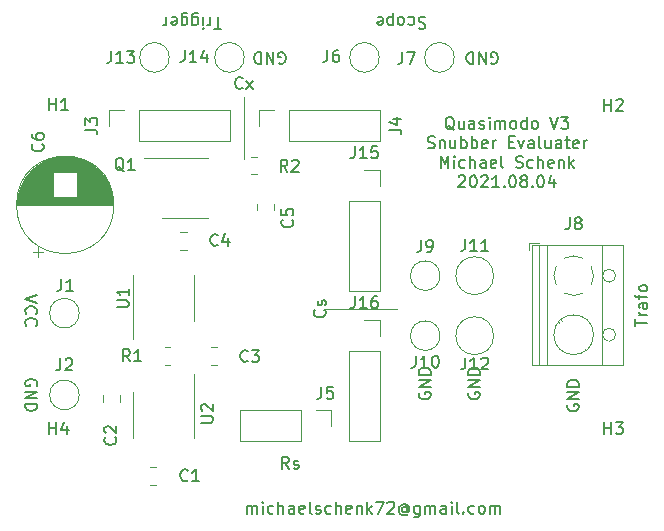
<source format=gbr>
G04 #@! TF.GenerationSoftware,KiCad,Pcbnew,(5.1.10-0-10_14)*
G04 #@! TF.CreationDate,2021-08-04T19:55:55+02:00*
G04 #@! TF.ProjectId,quasimodo,71756173-696d-46f6-946f-2e6b69636164,rev?*
G04 #@! TF.SameCoordinates,Original*
G04 #@! TF.FileFunction,Legend,Top*
G04 #@! TF.FilePolarity,Positive*
%FSLAX46Y46*%
G04 Gerber Fmt 4.6, Leading zero omitted, Abs format (unit mm)*
G04 Created by KiCad (PCBNEW (5.1.10-0-10_14)) date 2021-08-04 19:55:55*
%MOMM*%
%LPD*%
G01*
G04 APERTURE LIST*
%ADD10C,0.150000*%
%ADD11C,0.120000*%
G04 APERTURE END LIST*
D10*
X137413904Y-83621500D02*
X137509142Y-83669119D01*
X137652000Y-83669119D01*
X137794857Y-83621500D01*
X137890095Y-83526261D01*
X137937714Y-83431023D01*
X137985333Y-83240547D01*
X137985333Y-83097690D01*
X137937714Y-82907214D01*
X137890095Y-82811976D01*
X137794857Y-82716738D01*
X137652000Y-82669119D01*
X137556761Y-82669119D01*
X137413904Y-82716738D01*
X137366285Y-82764357D01*
X137366285Y-83097690D01*
X137556761Y-83097690D01*
X136937714Y-82669119D02*
X136937714Y-83669119D01*
X136366285Y-82669119D01*
X136366285Y-83669119D01*
X135890095Y-82669119D02*
X135890095Y-83669119D01*
X135652000Y-83669119D01*
X135509142Y-83621500D01*
X135413904Y-83526261D01*
X135366285Y-83431023D01*
X135318666Y-83240547D01*
X135318666Y-83097690D01*
X135366285Y-82907214D01*
X135413904Y-82811976D01*
X135509142Y-82716738D01*
X135652000Y-82669119D01*
X135890095Y-82669119D01*
X132524190Y-80684619D02*
X131952761Y-80684619D01*
X132238476Y-79684619D02*
X132238476Y-80684619D01*
X131619428Y-79684619D02*
X131619428Y-80351285D01*
X131619428Y-80160809D02*
X131571809Y-80256047D01*
X131524190Y-80303666D01*
X131428952Y-80351285D01*
X131333714Y-80351285D01*
X131000380Y-79684619D02*
X131000380Y-80351285D01*
X131000380Y-80684619D02*
X131048000Y-80637000D01*
X131000380Y-80589380D01*
X130952761Y-80637000D01*
X131000380Y-80684619D01*
X131000380Y-80589380D01*
X130095619Y-80351285D02*
X130095619Y-79541761D01*
X130143238Y-79446523D01*
X130190857Y-79398904D01*
X130286095Y-79351285D01*
X130428952Y-79351285D01*
X130524190Y-79398904D01*
X130095619Y-79732238D02*
X130190857Y-79684619D01*
X130381333Y-79684619D01*
X130476571Y-79732238D01*
X130524190Y-79779857D01*
X130571809Y-79875095D01*
X130571809Y-80160809D01*
X130524190Y-80256047D01*
X130476571Y-80303666D01*
X130381333Y-80351285D01*
X130190857Y-80351285D01*
X130095619Y-80303666D01*
X129190857Y-80351285D02*
X129190857Y-79541761D01*
X129238476Y-79446523D01*
X129286095Y-79398904D01*
X129381333Y-79351285D01*
X129524190Y-79351285D01*
X129619428Y-79398904D01*
X129190857Y-79732238D02*
X129286095Y-79684619D01*
X129476571Y-79684619D01*
X129571809Y-79732238D01*
X129619428Y-79779857D01*
X129667047Y-79875095D01*
X129667047Y-80160809D01*
X129619428Y-80256047D01*
X129571809Y-80303666D01*
X129476571Y-80351285D01*
X129286095Y-80351285D01*
X129190857Y-80303666D01*
X128333714Y-79732238D02*
X128428952Y-79684619D01*
X128619428Y-79684619D01*
X128714666Y-79732238D01*
X128762285Y-79827476D01*
X128762285Y-80208428D01*
X128714666Y-80303666D01*
X128619428Y-80351285D01*
X128428952Y-80351285D01*
X128333714Y-80303666D01*
X128286095Y-80208428D01*
X128286095Y-80113190D01*
X128762285Y-80017952D01*
X127857523Y-79684619D02*
X127857523Y-80351285D01*
X127857523Y-80160809D02*
X127809904Y-80256047D01*
X127762285Y-80303666D01*
X127667047Y-80351285D01*
X127571809Y-80351285D01*
X149296500Y-111505904D02*
X149248880Y-111601142D01*
X149248880Y-111744000D01*
X149296500Y-111886857D01*
X149391738Y-111982095D01*
X149486976Y-112029714D01*
X149677452Y-112077333D01*
X149820309Y-112077333D01*
X150010785Y-112029714D01*
X150106023Y-111982095D01*
X150201261Y-111886857D01*
X150248880Y-111744000D01*
X150248880Y-111648761D01*
X150201261Y-111505904D01*
X150153642Y-111458285D01*
X149820309Y-111458285D01*
X149820309Y-111648761D01*
X150248880Y-111029714D02*
X149248880Y-111029714D01*
X150248880Y-110458285D01*
X149248880Y-110458285D01*
X150248880Y-109982095D02*
X149248880Y-109982095D01*
X149248880Y-109744000D01*
X149296500Y-109601142D01*
X149391738Y-109505904D01*
X149486976Y-109458285D01*
X149677452Y-109410666D01*
X149820309Y-109410666D01*
X150010785Y-109458285D01*
X150106023Y-109505904D01*
X150201261Y-109601142D01*
X150248880Y-109744000D01*
X150248880Y-109982095D01*
X153487500Y-111505904D02*
X153439880Y-111601142D01*
X153439880Y-111744000D01*
X153487500Y-111886857D01*
X153582738Y-111982095D01*
X153677976Y-112029714D01*
X153868452Y-112077333D01*
X154011309Y-112077333D01*
X154201785Y-112029714D01*
X154297023Y-111982095D01*
X154392261Y-111886857D01*
X154439880Y-111744000D01*
X154439880Y-111648761D01*
X154392261Y-111505904D01*
X154344642Y-111458285D01*
X154011309Y-111458285D01*
X154011309Y-111648761D01*
X154439880Y-111029714D02*
X153439880Y-111029714D01*
X154439880Y-110458285D01*
X153439880Y-110458285D01*
X154439880Y-109982095D02*
X153439880Y-109982095D01*
X153439880Y-109744000D01*
X153487500Y-109601142D01*
X153582738Y-109505904D01*
X153677976Y-109458285D01*
X153868452Y-109410666D01*
X154011309Y-109410666D01*
X154201785Y-109458285D01*
X154297023Y-109505904D01*
X154392261Y-109601142D01*
X154439880Y-109744000D01*
X154439880Y-109982095D01*
X161869500Y-112521904D02*
X161821880Y-112617142D01*
X161821880Y-112760000D01*
X161869500Y-112902857D01*
X161964738Y-112998095D01*
X162059976Y-113045714D01*
X162250452Y-113093333D01*
X162393309Y-113093333D01*
X162583785Y-113045714D01*
X162679023Y-112998095D01*
X162774261Y-112902857D01*
X162821880Y-112760000D01*
X162821880Y-112664761D01*
X162774261Y-112521904D01*
X162726642Y-112474285D01*
X162393309Y-112474285D01*
X162393309Y-112664761D01*
X162821880Y-112045714D02*
X161821880Y-112045714D01*
X162821880Y-111474285D01*
X161821880Y-111474285D01*
X162821880Y-110998095D02*
X161821880Y-110998095D01*
X161821880Y-110760000D01*
X161869500Y-110617142D01*
X161964738Y-110521904D01*
X162059976Y-110474285D01*
X162250452Y-110426666D01*
X162393309Y-110426666D01*
X162583785Y-110474285D01*
X162679023Y-110521904D01*
X162774261Y-110617142D01*
X162821880Y-110760000D01*
X162821880Y-110998095D01*
X155384404Y-83621500D02*
X155479642Y-83669119D01*
X155622500Y-83669119D01*
X155765357Y-83621500D01*
X155860595Y-83526261D01*
X155908214Y-83431023D01*
X155955833Y-83240547D01*
X155955833Y-83097690D01*
X155908214Y-82907214D01*
X155860595Y-82811976D01*
X155765357Y-82716738D01*
X155622500Y-82669119D01*
X155527261Y-82669119D01*
X155384404Y-82716738D01*
X155336785Y-82764357D01*
X155336785Y-83097690D01*
X155527261Y-83097690D01*
X154908214Y-82669119D02*
X154908214Y-83669119D01*
X154336785Y-82669119D01*
X154336785Y-83669119D01*
X153860595Y-82669119D02*
X153860595Y-83669119D01*
X153622500Y-83669119D01*
X153479642Y-83621500D01*
X153384404Y-83526261D01*
X153336785Y-83431023D01*
X153289166Y-83240547D01*
X153289166Y-83097690D01*
X153336785Y-82907214D01*
X153384404Y-82811976D01*
X153479642Y-82716738D01*
X153622500Y-82669119D01*
X153860595Y-82669119D01*
X149812119Y-79732238D02*
X149669261Y-79684619D01*
X149431166Y-79684619D01*
X149335928Y-79732238D01*
X149288309Y-79779857D01*
X149240690Y-79875095D01*
X149240690Y-79970333D01*
X149288309Y-80065571D01*
X149335928Y-80113190D01*
X149431166Y-80160809D01*
X149621642Y-80208428D01*
X149716880Y-80256047D01*
X149764500Y-80303666D01*
X149812119Y-80398904D01*
X149812119Y-80494142D01*
X149764500Y-80589380D01*
X149716880Y-80637000D01*
X149621642Y-80684619D01*
X149383547Y-80684619D01*
X149240690Y-80637000D01*
X148383547Y-79732238D02*
X148478785Y-79684619D01*
X148669261Y-79684619D01*
X148764500Y-79732238D01*
X148812119Y-79779857D01*
X148859738Y-79875095D01*
X148859738Y-80160809D01*
X148812119Y-80256047D01*
X148764500Y-80303666D01*
X148669261Y-80351285D01*
X148478785Y-80351285D01*
X148383547Y-80303666D01*
X147812119Y-79684619D02*
X147907357Y-79732238D01*
X147954976Y-79779857D01*
X148002595Y-79875095D01*
X148002595Y-80160809D01*
X147954976Y-80256047D01*
X147907357Y-80303666D01*
X147812119Y-80351285D01*
X147669261Y-80351285D01*
X147574023Y-80303666D01*
X147526404Y-80256047D01*
X147478785Y-80160809D01*
X147478785Y-79875095D01*
X147526404Y-79779857D01*
X147574023Y-79732238D01*
X147669261Y-79684619D01*
X147812119Y-79684619D01*
X147050214Y-80351285D02*
X147050214Y-79351285D01*
X147050214Y-80303666D02*
X146954976Y-80351285D01*
X146764500Y-80351285D01*
X146669261Y-80303666D01*
X146621642Y-80256047D01*
X146574023Y-80160809D01*
X146574023Y-79875095D01*
X146621642Y-79779857D01*
X146669261Y-79732238D01*
X146764500Y-79684619D01*
X146954976Y-79684619D01*
X147050214Y-79732238D01*
X145764500Y-79732238D02*
X145859738Y-79684619D01*
X146050214Y-79684619D01*
X146145452Y-79732238D01*
X146193071Y-79827476D01*
X146193071Y-80208428D01*
X146145452Y-80303666D01*
X146050214Y-80351285D01*
X145859738Y-80351285D01*
X145764500Y-80303666D01*
X145716880Y-80208428D01*
X145716880Y-80113190D01*
X146193071Y-80017952D01*
X167600380Y-105862214D02*
X167600380Y-105290785D01*
X168600380Y-105576500D02*
X167600380Y-105576500D01*
X168600380Y-104957452D02*
X167933714Y-104957452D01*
X168124190Y-104957452D02*
X168028952Y-104909833D01*
X167981333Y-104862214D01*
X167933714Y-104766976D01*
X167933714Y-104671738D01*
X168600380Y-103909833D02*
X168076571Y-103909833D01*
X167981333Y-103957452D01*
X167933714Y-104052690D01*
X167933714Y-104243166D01*
X167981333Y-104338404D01*
X168552761Y-103909833D02*
X168600380Y-104005071D01*
X168600380Y-104243166D01*
X168552761Y-104338404D01*
X168457523Y-104386023D01*
X168362285Y-104386023D01*
X168267047Y-104338404D01*
X168219428Y-104243166D01*
X168219428Y-104005071D01*
X168171809Y-103909833D01*
X167933714Y-103576500D02*
X167933714Y-103195547D01*
X168600380Y-103433642D02*
X167743238Y-103433642D01*
X167648000Y-103386023D01*
X167600380Y-103290785D01*
X167600380Y-103195547D01*
X168600380Y-102719357D02*
X168552761Y-102814595D01*
X168505142Y-102862214D01*
X168409904Y-102909833D01*
X168124190Y-102909833D01*
X168028952Y-102862214D01*
X167981333Y-102814595D01*
X167933714Y-102719357D01*
X167933714Y-102576500D01*
X167981333Y-102481261D01*
X168028952Y-102433642D01*
X168124190Y-102386023D01*
X168409904Y-102386023D01*
X168505142Y-102433642D01*
X168552761Y-102481261D01*
X168600380Y-102576500D01*
X168600380Y-102719357D01*
X138271261Y-117927380D02*
X137937928Y-117451190D01*
X137699833Y-117927380D02*
X137699833Y-116927380D01*
X138080785Y-116927380D01*
X138176023Y-116975000D01*
X138223642Y-117022619D01*
X138271261Y-117117857D01*
X138271261Y-117260714D01*
X138223642Y-117355952D01*
X138176023Y-117403571D01*
X138080785Y-117451190D01*
X137699833Y-117451190D01*
X138652214Y-117879761D02*
X138747452Y-117927380D01*
X138937928Y-117927380D01*
X139033166Y-117879761D01*
X139080785Y-117784523D01*
X139080785Y-117736904D01*
X139033166Y-117641666D01*
X138937928Y-117594047D01*
X138795071Y-117594047D01*
X138699833Y-117546428D01*
X138652214Y-117451190D01*
X138652214Y-117403571D01*
X138699833Y-117308333D01*
X138795071Y-117260714D01*
X138937928Y-117260714D01*
X139033166Y-117308333D01*
X141263642Y-104489238D02*
X141311261Y-104536857D01*
X141358880Y-104679714D01*
X141358880Y-104774952D01*
X141311261Y-104917809D01*
X141216023Y-105013047D01*
X141120785Y-105060666D01*
X140930309Y-105108285D01*
X140787452Y-105108285D01*
X140596976Y-105060666D01*
X140501738Y-105013047D01*
X140406500Y-104917809D01*
X140358880Y-104774952D01*
X140358880Y-104679714D01*
X140406500Y-104536857D01*
X140454119Y-104489238D01*
X141311261Y-104108285D02*
X141358880Y-104013047D01*
X141358880Y-103822571D01*
X141311261Y-103727333D01*
X141216023Y-103679714D01*
X141168404Y-103679714D01*
X141073166Y-103727333D01*
X141025547Y-103822571D01*
X141025547Y-103965428D01*
X140977928Y-104060666D01*
X140882690Y-104108285D01*
X140835071Y-104108285D01*
X140739833Y-104060666D01*
X140692214Y-103965428D01*
X140692214Y-103822571D01*
X140739833Y-103727333D01*
X134334261Y-85701142D02*
X134286642Y-85748761D01*
X134143785Y-85796380D01*
X134048547Y-85796380D01*
X133905690Y-85748761D01*
X133810452Y-85653523D01*
X133762833Y-85558285D01*
X133715214Y-85367809D01*
X133715214Y-85224952D01*
X133762833Y-85034476D01*
X133810452Y-84939238D01*
X133905690Y-84844000D01*
X134048547Y-84796380D01*
X134143785Y-84796380D01*
X134286642Y-84844000D01*
X134334261Y-84891619D01*
X134667595Y-85796380D02*
X135191404Y-85129714D01*
X134667595Y-85129714D02*
X135191404Y-85796380D01*
X116895500Y-110934595D02*
X116943119Y-110839357D01*
X116943119Y-110696500D01*
X116895500Y-110553642D01*
X116800261Y-110458404D01*
X116705023Y-110410785D01*
X116514547Y-110363166D01*
X116371690Y-110363166D01*
X116181214Y-110410785D01*
X116085976Y-110458404D01*
X115990738Y-110553642D01*
X115943119Y-110696500D01*
X115943119Y-110791738D01*
X115990738Y-110934595D01*
X116038357Y-110982214D01*
X116371690Y-110982214D01*
X116371690Y-110791738D01*
X115943119Y-111410785D02*
X116943119Y-111410785D01*
X115943119Y-111982214D01*
X116943119Y-111982214D01*
X115943119Y-112458404D02*
X116943119Y-112458404D01*
X116943119Y-112696500D01*
X116895500Y-112839357D01*
X116800261Y-112934595D01*
X116705023Y-112982214D01*
X116514547Y-113029833D01*
X116371690Y-113029833D01*
X116181214Y-112982214D01*
X116085976Y-112934595D01*
X115990738Y-112839357D01*
X115943119Y-112696500D01*
X115943119Y-112458404D01*
X116943119Y-103251166D02*
X115943119Y-103584500D01*
X116943119Y-103917833D01*
X116038357Y-104822595D02*
X115990738Y-104774976D01*
X115943119Y-104632119D01*
X115943119Y-104536880D01*
X115990738Y-104394023D01*
X116085976Y-104298785D01*
X116181214Y-104251166D01*
X116371690Y-104203547D01*
X116514547Y-104203547D01*
X116705023Y-104251166D01*
X116800261Y-104298785D01*
X116895500Y-104394023D01*
X116943119Y-104536880D01*
X116943119Y-104632119D01*
X116895500Y-104774976D01*
X116847880Y-104822595D01*
X116038357Y-105822595D02*
X115990738Y-105774976D01*
X115943119Y-105632119D01*
X115943119Y-105536880D01*
X115990738Y-105394023D01*
X116085976Y-105298785D01*
X116181214Y-105251166D01*
X116371690Y-105203547D01*
X116514547Y-105203547D01*
X116705023Y-105251166D01*
X116800261Y-105298785D01*
X116895500Y-105394023D01*
X116943119Y-105536880D01*
X116943119Y-105632119D01*
X116895500Y-105774976D01*
X116847880Y-105822595D01*
X134700714Y-121737380D02*
X134700714Y-121070714D01*
X134700714Y-121165952D02*
X134748333Y-121118333D01*
X134843571Y-121070714D01*
X134986428Y-121070714D01*
X135081666Y-121118333D01*
X135129285Y-121213571D01*
X135129285Y-121737380D01*
X135129285Y-121213571D02*
X135176904Y-121118333D01*
X135272142Y-121070714D01*
X135415000Y-121070714D01*
X135510238Y-121118333D01*
X135557857Y-121213571D01*
X135557857Y-121737380D01*
X136034047Y-121737380D02*
X136034047Y-121070714D01*
X136034047Y-120737380D02*
X135986428Y-120785000D01*
X136034047Y-120832619D01*
X136081666Y-120785000D01*
X136034047Y-120737380D01*
X136034047Y-120832619D01*
X136938809Y-121689761D02*
X136843571Y-121737380D01*
X136653095Y-121737380D01*
X136557857Y-121689761D01*
X136510238Y-121642142D01*
X136462619Y-121546904D01*
X136462619Y-121261190D01*
X136510238Y-121165952D01*
X136557857Y-121118333D01*
X136653095Y-121070714D01*
X136843571Y-121070714D01*
X136938809Y-121118333D01*
X137367380Y-121737380D02*
X137367380Y-120737380D01*
X137795952Y-121737380D02*
X137795952Y-121213571D01*
X137748333Y-121118333D01*
X137653095Y-121070714D01*
X137510238Y-121070714D01*
X137415000Y-121118333D01*
X137367380Y-121165952D01*
X138700714Y-121737380D02*
X138700714Y-121213571D01*
X138653095Y-121118333D01*
X138557857Y-121070714D01*
X138367380Y-121070714D01*
X138272142Y-121118333D01*
X138700714Y-121689761D02*
X138605476Y-121737380D01*
X138367380Y-121737380D01*
X138272142Y-121689761D01*
X138224523Y-121594523D01*
X138224523Y-121499285D01*
X138272142Y-121404047D01*
X138367380Y-121356428D01*
X138605476Y-121356428D01*
X138700714Y-121308809D01*
X139557857Y-121689761D02*
X139462619Y-121737380D01*
X139272142Y-121737380D01*
X139176904Y-121689761D01*
X139129285Y-121594523D01*
X139129285Y-121213571D01*
X139176904Y-121118333D01*
X139272142Y-121070714D01*
X139462619Y-121070714D01*
X139557857Y-121118333D01*
X139605476Y-121213571D01*
X139605476Y-121308809D01*
X139129285Y-121404047D01*
X140176904Y-121737380D02*
X140081666Y-121689761D01*
X140034047Y-121594523D01*
X140034047Y-120737380D01*
X140510238Y-121689761D02*
X140605476Y-121737380D01*
X140795952Y-121737380D01*
X140891190Y-121689761D01*
X140938809Y-121594523D01*
X140938809Y-121546904D01*
X140891190Y-121451666D01*
X140795952Y-121404047D01*
X140653095Y-121404047D01*
X140557857Y-121356428D01*
X140510238Y-121261190D01*
X140510238Y-121213571D01*
X140557857Y-121118333D01*
X140653095Y-121070714D01*
X140795952Y-121070714D01*
X140891190Y-121118333D01*
X141795952Y-121689761D02*
X141700714Y-121737380D01*
X141510238Y-121737380D01*
X141415000Y-121689761D01*
X141367380Y-121642142D01*
X141319761Y-121546904D01*
X141319761Y-121261190D01*
X141367380Y-121165952D01*
X141415000Y-121118333D01*
X141510238Y-121070714D01*
X141700714Y-121070714D01*
X141795952Y-121118333D01*
X142224523Y-121737380D02*
X142224523Y-120737380D01*
X142653095Y-121737380D02*
X142653095Y-121213571D01*
X142605476Y-121118333D01*
X142510238Y-121070714D01*
X142367380Y-121070714D01*
X142272142Y-121118333D01*
X142224523Y-121165952D01*
X143510238Y-121689761D02*
X143415000Y-121737380D01*
X143224523Y-121737380D01*
X143129285Y-121689761D01*
X143081666Y-121594523D01*
X143081666Y-121213571D01*
X143129285Y-121118333D01*
X143224523Y-121070714D01*
X143415000Y-121070714D01*
X143510238Y-121118333D01*
X143557857Y-121213571D01*
X143557857Y-121308809D01*
X143081666Y-121404047D01*
X143986428Y-121070714D02*
X143986428Y-121737380D01*
X143986428Y-121165952D02*
X144034047Y-121118333D01*
X144129285Y-121070714D01*
X144272142Y-121070714D01*
X144367380Y-121118333D01*
X144415000Y-121213571D01*
X144415000Y-121737380D01*
X144891190Y-121737380D02*
X144891190Y-120737380D01*
X144986428Y-121356428D02*
X145272142Y-121737380D01*
X145272142Y-121070714D02*
X144891190Y-121451666D01*
X145605476Y-120737380D02*
X146272142Y-120737380D01*
X145843571Y-121737380D01*
X146605476Y-120832619D02*
X146653095Y-120785000D01*
X146748333Y-120737380D01*
X146986428Y-120737380D01*
X147081666Y-120785000D01*
X147129285Y-120832619D01*
X147176904Y-120927857D01*
X147176904Y-121023095D01*
X147129285Y-121165952D01*
X146557857Y-121737380D01*
X147176904Y-121737380D01*
X148224523Y-121261190D02*
X148176904Y-121213571D01*
X148081666Y-121165952D01*
X147986428Y-121165952D01*
X147891190Y-121213571D01*
X147843571Y-121261190D01*
X147795952Y-121356428D01*
X147795952Y-121451666D01*
X147843571Y-121546904D01*
X147891190Y-121594523D01*
X147986428Y-121642142D01*
X148081666Y-121642142D01*
X148176904Y-121594523D01*
X148224523Y-121546904D01*
X148224523Y-121165952D02*
X148224523Y-121546904D01*
X148272142Y-121594523D01*
X148319761Y-121594523D01*
X148415000Y-121546904D01*
X148462619Y-121451666D01*
X148462619Y-121213571D01*
X148367380Y-121070714D01*
X148224523Y-120975476D01*
X148034047Y-120927857D01*
X147843571Y-120975476D01*
X147700714Y-121070714D01*
X147605476Y-121213571D01*
X147557857Y-121404047D01*
X147605476Y-121594523D01*
X147700714Y-121737380D01*
X147843571Y-121832619D01*
X148034047Y-121880238D01*
X148224523Y-121832619D01*
X148367380Y-121737380D01*
X149319761Y-121070714D02*
X149319761Y-121880238D01*
X149272142Y-121975476D01*
X149224523Y-122023095D01*
X149129285Y-122070714D01*
X148986428Y-122070714D01*
X148891190Y-122023095D01*
X149319761Y-121689761D02*
X149224523Y-121737380D01*
X149034047Y-121737380D01*
X148938809Y-121689761D01*
X148891190Y-121642142D01*
X148843571Y-121546904D01*
X148843571Y-121261190D01*
X148891190Y-121165952D01*
X148938809Y-121118333D01*
X149034047Y-121070714D01*
X149224523Y-121070714D01*
X149319761Y-121118333D01*
X149795952Y-121737380D02*
X149795952Y-121070714D01*
X149795952Y-121165952D02*
X149843571Y-121118333D01*
X149938809Y-121070714D01*
X150081666Y-121070714D01*
X150176904Y-121118333D01*
X150224523Y-121213571D01*
X150224523Y-121737380D01*
X150224523Y-121213571D02*
X150272142Y-121118333D01*
X150367380Y-121070714D01*
X150510238Y-121070714D01*
X150605476Y-121118333D01*
X150653095Y-121213571D01*
X150653095Y-121737380D01*
X151557857Y-121737380D02*
X151557857Y-121213571D01*
X151510238Y-121118333D01*
X151415000Y-121070714D01*
X151224523Y-121070714D01*
X151129285Y-121118333D01*
X151557857Y-121689761D02*
X151462619Y-121737380D01*
X151224523Y-121737380D01*
X151129285Y-121689761D01*
X151081666Y-121594523D01*
X151081666Y-121499285D01*
X151129285Y-121404047D01*
X151224523Y-121356428D01*
X151462619Y-121356428D01*
X151557857Y-121308809D01*
X152034047Y-121737380D02*
X152034047Y-121070714D01*
X152034047Y-120737380D02*
X151986428Y-120785000D01*
X152034047Y-120832619D01*
X152081666Y-120785000D01*
X152034047Y-120737380D01*
X152034047Y-120832619D01*
X152653095Y-121737380D02*
X152557857Y-121689761D01*
X152510238Y-121594523D01*
X152510238Y-120737380D01*
X153034047Y-121642142D02*
X153081666Y-121689761D01*
X153034047Y-121737380D01*
X152986428Y-121689761D01*
X153034047Y-121642142D01*
X153034047Y-121737380D01*
X153938809Y-121689761D02*
X153843571Y-121737380D01*
X153653095Y-121737380D01*
X153557857Y-121689761D01*
X153510238Y-121642142D01*
X153462619Y-121546904D01*
X153462619Y-121261190D01*
X153510238Y-121165952D01*
X153557857Y-121118333D01*
X153653095Y-121070714D01*
X153843571Y-121070714D01*
X153938809Y-121118333D01*
X154510238Y-121737380D02*
X154415000Y-121689761D01*
X154367380Y-121642142D01*
X154319761Y-121546904D01*
X154319761Y-121261190D01*
X154367380Y-121165952D01*
X154415000Y-121118333D01*
X154510238Y-121070714D01*
X154653095Y-121070714D01*
X154748333Y-121118333D01*
X154795952Y-121165952D01*
X154843571Y-121261190D01*
X154843571Y-121546904D01*
X154795952Y-121642142D01*
X154748333Y-121689761D01*
X154653095Y-121737380D01*
X154510238Y-121737380D01*
X155272142Y-121737380D02*
X155272142Y-121070714D01*
X155272142Y-121165952D02*
X155319761Y-121118333D01*
X155415000Y-121070714D01*
X155557857Y-121070714D01*
X155653095Y-121118333D01*
X155700714Y-121213571D01*
X155700714Y-121737380D01*
X155700714Y-121213571D02*
X155748333Y-121118333D01*
X155843571Y-121070714D01*
X155986428Y-121070714D01*
X156081666Y-121118333D01*
X156129285Y-121213571D01*
X156129285Y-121737380D01*
X152241809Y-89258619D02*
X152146571Y-89211000D01*
X152051333Y-89115761D01*
X151908476Y-88972904D01*
X151813238Y-88925285D01*
X151718000Y-88925285D01*
X151765619Y-89163380D02*
X151670380Y-89115761D01*
X151575142Y-89020523D01*
X151527523Y-88830047D01*
X151527523Y-88496714D01*
X151575142Y-88306238D01*
X151670380Y-88211000D01*
X151765619Y-88163380D01*
X151956095Y-88163380D01*
X152051333Y-88211000D01*
X152146571Y-88306238D01*
X152194190Y-88496714D01*
X152194190Y-88830047D01*
X152146571Y-89020523D01*
X152051333Y-89115761D01*
X151956095Y-89163380D01*
X151765619Y-89163380D01*
X153051333Y-88496714D02*
X153051333Y-89163380D01*
X152622761Y-88496714D02*
X152622761Y-89020523D01*
X152670380Y-89115761D01*
X152765619Y-89163380D01*
X152908476Y-89163380D01*
X153003714Y-89115761D01*
X153051333Y-89068142D01*
X153956095Y-89163380D02*
X153956095Y-88639571D01*
X153908476Y-88544333D01*
X153813238Y-88496714D01*
X153622761Y-88496714D01*
X153527523Y-88544333D01*
X153956095Y-89115761D02*
X153860857Y-89163380D01*
X153622761Y-89163380D01*
X153527523Y-89115761D01*
X153479904Y-89020523D01*
X153479904Y-88925285D01*
X153527523Y-88830047D01*
X153622761Y-88782428D01*
X153860857Y-88782428D01*
X153956095Y-88734809D01*
X154384666Y-89115761D02*
X154479904Y-89163380D01*
X154670380Y-89163380D01*
X154765619Y-89115761D01*
X154813238Y-89020523D01*
X154813238Y-88972904D01*
X154765619Y-88877666D01*
X154670380Y-88830047D01*
X154527523Y-88830047D01*
X154432285Y-88782428D01*
X154384666Y-88687190D01*
X154384666Y-88639571D01*
X154432285Y-88544333D01*
X154527523Y-88496714D01*
X154670380Y-88496714D01*
X154765619Y-88544333D01*
X155241809Y-89163380D02*
X155241809Y-88496714D01*
X155241809Y-88163380D02*
X155194190Y-88211000D01*
X155241809Y-88258619D01*
X155289428Y-88211000D01*
X155241809Y-88163380D01*
X155241809Y-88258619D01*
X155718000Y-89163380D02*
X155718000Y-88496714D01*
X155718000Y-88591952D02*
X155765619Y-88544333D01*
X155860857Y-88496714D01*
X156003714Y-88496714D01*
X156098952Y-88544333D01*
X156146571Y-88639571D01*
X156146571Y-89163380D01*
X156146571Y-88639571D02*
X156194190Y-88544333D01*
X156289428Y-88496714D01*
X156432285Y-88496714D01*
X156527523Y-88544333D01*
X156575142Y-88639571D01*
X156575142Y-89163380D01*
X157194190Y-89163380D02*
X157098952Y-89115761D01*
X157051333Y-89068142D01*
X157003714Y-88972904D01*
X157003714Y-88687190D01*
X157051333Y-88591952D01*
X157098952Y-88544333D01*
X157194190Y-88496714D01*
X157337047Y-88496714D01*
X157432285Y-88544333D01*
X157479904Y-88591952D01*
X157527523Y-88687190D01*
X157527523Y-88972904D01*
X157479904Y-89068142D01*
X157432285Y-89115761D01*
X157337047Y-89163380D01*
X157194190Y-89163380D01*
X158384666Y-89163380D02*
X158384666Y-88163380D01*
X158384666Y-89115761D02*
X158289428Y-89163380D01*
X158098952Y-89163380D01*
X158003714Y-89115761D01*
X157956095Y-89068142D01*
X157908476Y-88972904D01*
X157908476Y-88687190D01*
X157956095Y-88591952D01*
X158003714Y-88544333D01*
X158098952Y-88496714D01*
X158289428Y-88496714D01*
X158384666Y-88544333D01*
X159003714Y-89163380D02*
X158908476Y-89115761D01*
X158860857Y-89068142D01*
X158813238Y-88972904D01*
X158813238Y-88687190D01*
X158860857Y-88591952D01*
X158908476Y-88544333D01*
X159003714Y-88496714D01*
X159146571Y-88496714D01*
X159241809Y-88544333D01*
X159289428Y-88591952D01*
X159337047Y-88687190D01*
X159337047Y-88972904D01*
X159289428Y-89068142D01*
X159241809Y-89115761D01*
X159146571Y-89163380D01*
X159003714Y-89163380D01*
X160384666Y-88163380D02*
X160718000Y-89163380D01*
X161051333Y-88163380D01*
X161289428Y-88163380D02*
X161908476Y-88163380D01*
X161575142Y-88544333D01*
X161718000Y-88544333D01*
X161813238Y-88591952D01*
X161860857Y-88639571D01*
X161908476Y-88734809D01*
X161908476Y-88972904D01*
X161860857Y-89068142D01*
X161813238Y-89115761D01*
X161718000Y-89163380D01*
X161432285Y-89163380D01*
X161337047Y-89115761D01*
X161289428Y-89068142D01*
X150027523Y-90765761D02*
X150170380Y-90813380D01*
X150408476Y-90813380D01*
X150503714Y-90765761D01*
X150551333Y-90718142D01*
X150598952Y-90622904D01*
X150598952Y-90527666D01*
X150551333Y-90432428D01*
X150503714Y-90384809D01*
X150408476Y-90337190D01*
X150218000Y-90289571D01*
X150122761Y-90241952D01*
X150075142Y-90194333D01*
X150027523Y-90099095D01*
X150027523Y-90003857D01*
X150075142Y-89908619D01*
X150122761Y-89861000D01*
X150218000Y-89813380D01*
X150456095Y-89813380D01*
X150598952Y-89861000D01*
X151027523Y-90146714D02*
X151027523Y-90813380D01*
X151027523Y-90241952D02*
X151075142Y-90194333D01*
X151170380Y-90146714D01*
X151313238Y-90146714D01*
X151408476Y-90194333D01*
X151456095Y-90289571D01*
X151456095Y-90813380D01*
X152360857Y-90146714D02*
X152360857Y-90813380D01*
X151932285Y-90146714D02*
X151932285Y-90670523D01*
X151979904Y-90765761D01*
X152075142Y-90813380D01*
X152218000Y-90813380D01*
X152313238Y-90765761D01*
X152360857Y-90718142D01*
X152837047Y-90813380D02*
X152837047Y-89813380D01*
X152837047Y-90194333D02*
X152932285Y-90146714D01*
X153122761Y-90146714D01*
X153218000Y-90194333D01*
X153265619Y-90241952D01*
X153313238Y-90337190D01*
X153313238Y-90622904D01*
X153265619Y-90718142D01*
X153218000Y-90765761D01*
X153122761Y-90813380D01*
X152932285Y-90813380D01*
X152837047Y-90765761D01*
X153741809Y-90813380D02*
X153741809Y-89813380D01*
X153741809Y-90194333D02*
X153837047Y-90146714D01*
X154027523Y-90146714D01*
X154122761Y-90194333D01*
X154170380Y-90241952D01*
X154218000Y-90337190D01*
X154218000Y-90622904D01*
X154170380Y-90718142D01*
X154122761Y-90765761D01*
X154027523Y-90813380D01*
X153837047Y-90813380D01*
X153741809Y-90765761D01*
X155027523Y-90765761D02*
X154932285Y-90813380D01*
X154741809Y-90813380D01*
X154646571Y-90765761D01*
X154598952Y-90670523D01*
X154598952Y-90289571D01*
X154646571Y-90194333D01*
X154741809Y-90146714D01*
X154932285Y-90146714D01*
X155027523Y-90194333D01*
X155075142Y-90289571D01*
X155075142Y-90384809D01*
X154598952Y-90480047D01*
X155503714Y-90813380D02*
X155503714Y-90146714D01*
X155503714Y-90337190D02*
X155551333Y-90241952D01*
X155598952Y-90194333D01*
X155694190Y-90146714D01*
X155789428Y-90146714D01*
X156884666Y-90289571D02*
X157218000Y-90289571D01*
X157360857Y-90813380D02*
X156884666Y-90813380D01*
X156884666Y-89813380D01*
X157360857Y-89813380D01*
X157694190Y-90146714D02*
X157932285Y-90813380D01*
X158170380Y-90146714D01*
X158979904Y-90813380D02*
X158979904Y-90289571D01*
X158932285Y-90194333D01*
X158837047Y-90146714D01*
X158646571Y-90146714D01*
X158551333Y-90194333D01*
X158979904Y-90765761D02*
X158884666Y-90813380D01*
X158646571Y-90813380D01*
X158551333Y-90765761D01*
X158503714Y-90670523D01*
X158503714Y-90575285D01*
X158551333Y-90480047D01*
X158646571Y-90432428D01*
X158884666Y-90432428D01*
X158979904Y-90384809D01*
X159598952Y-90813380D02*
X159503714Y-90765761D01*
X159456095Y-90670523D01*
X159456095Y-89813380D01*
X160408476Y-90146714D02*
X160408476Y-90813380D01*
X159979904Y-90146714D02*
X159979904Y-90670523D01*
X160027523Y-90765761D01*
X160122761Y-90813380D01*
X160265619Y-90813380D01*
X160360857Y-90765761D01*
X160408476Y-90718142D01*
X161313238Y-90813380D02*
X161313238Y-90289571D01*
X161265619Y-90194333D01*
X161170380Y-90146714D01*
X160979904Y-90146714D01*
X160884666Y-90194333D01*
X161313238Y-90765761D02*
X161218000Y-90813380D01*
X160979904Y-90813380D01*
X160884666Y-90765761D01*
X160837047Y-90670523D01*
X160837047Y-90575285D01*
X160884666Y-90480047D01*
X160979904Y-90432428D01*
X161218000Y-90432428D01*
X161313238Y-90384809D01*
X161646571Y-90146714D02*
X162027523Y-90146714D01*
X161789428Y-89813380D02*
X161789428Y-90670523D01*
X161837047Y-90765761D01*
X161932285Y-90813380D01*
X162027523Y-90813380D01*
X162741809Y-90765761D02*
X162646571Y-90813380D01*
X162456095Y-90813380D01*
X162360857Y-90765761D01*
X162313238Y-90670523D01*
X162313238Y-90289571D01*
X162360857Y-90194333D01*
X162456095Y-90146714D01*
X162646571Y-90146714D01*
X162741809Y-90194333D01*
X162789428Y-90289571D01*
X162789428Y-90384809D01*
X162313238Y-90480047D01*
X163218000Y-90813380D02*
X163218000Y-90146714D01*
X163218000Y-90337190D02*
X163265619Y-90241952D01*
X163313238Y-90194333D01*
X163408476Y-90146714D01*
X163503714Y-90146714D01*
X151098952Y-92463380D02*
X151098952Y-91463380D01*
X151432285Y-92177666D01*
X151765619Y-91463380D01*
X151765619Y-92463380D01*
X152241809Y-92463380D02*
X152241809Y-91796714D01*
X152241809Y-91463380D02*
X152194190Y-91511000D01*
X152241809Y-91558619D01*
X152289428Y-91511000D01*
X152241809Y-91463380D01*
X152241809Y-91558619D01*
X153146571Y-92415761D02*
X153051333Y-92463380D01*
X152860857Y-92463380D01*
X152765619Y-92415761D01*
X152718000Y-92368142D01*
X152670380Y-92272904D01*
X152670380Y-91987190D01*
X152718000Y-91891952D01*
X152765619Y-91844333D01*
X152860857Y-91796714D01*
X153051333Y-91796714D01*
X153146571Y-91844333D01*
X153575142Y-92463380D02*
X153575142Y-91463380D01*
X154003714Y-92463380D02*
X154003714Y-91939571D01*
X153956095Y-91844333D01*
X153860857Y-91796714D01*
X153718000Y-91796714D01*
X153622761Y-91844333D01*
X153575142Y-91891952D01*
X154908476Y-92463380D02*
X154908476Y-91939571D01*
X154860857Y-91844333D01*
X154765619Y-91796714D01*
X154575142Y-91796714D01*
X154479904Y-91844333D01*
X154908476Y-92415761D02*
X154813238Y-92463380D01*
X154575142Y-92463380D01*
X154479904Y-92415761D01*
X154432285Y-92320523D01*
X154432285Y-92225285D01*
X154479904Y-92130047D01*
X154575142Y-92082428D01*
X154813238Y-92082428D01*
X154908476Y-92034809D01*
X155765619Y-92415761D02*
X155670380Y-92463380D01*
X155479904Y-92463380D01*
X155384666Y-92415761D01*
X155337047Y-92320523D01*
X155337047Y-91939571D01*
X155384666Y-91844333D01*
X155479904Y-91796714D01*
X155670380Y-91796714D01*
X155765619Y-91844333D01*
X155813238Y-91939571D01*
X155813238Y-92034809D01*
X155337047Y-92130047D01*
X156384666Y-92463380D02*
X156289428Y-92415761D01*
X156241809Y-92320523D01*
X156241809Y-91463380D01*
X157479904Y-92415761D02*
X157622761Y-92463380D01*
X157860857Y-92463380D01*
X157956095Y-92415761D01*
X158003714Y-92368142D01*
X158051333Y-92272904D01*
X158051333Y-92177666D01*
X158003714Y-92082428D01*
X157956095Y-92034809D01*
X157860857Y-91987190D01*
X157670380Y-91939571D01*
X157575142Y-91891952D01*
X157527523Y-91844333D01*
X157479904Y-91749095D01*
X157479904Y-91653857D01*
X157527523Y-91558619D01*
X157575142Y-91511000D01*
X157670380Y-91463380D01*
X157908476Y-91463380D01*
X158051333Y-91511000D01*
X158908476Y-92415761D02*
X158813238Y-92463380D01*
X158622761Y-92463380D01*
X158527523Y-92415761D01*
X158479904Y-92368142D01*
X158432285Y-92272904D01*
X158432285Y-91987190D01*
X158479904Y-91891952D01*
X158527523Y-91844333D01*
X158622761Y-91796714D01*
X158813238Y-91796714D01*
X158908476Y-91844333D01*
X159337047Y-92463380D02*
X159337047Y-91463380D01*
X159765619Y-92463380D02*
X159765619Y-91939571D01*
X159718000Y-91844333D01*
X159622761Y-91796714D01*
X159479904Y-91796714D01*
X159384666Y-91844333D01*
X159337047Y-91891952D01*
X160622761Y-92415761D02*
X160527523Y-92463380D01*
X160337047Y-92463380D01*
X160241809Y-92415761D01*
X160194190Y-92320523D01*
X160194190Y-91939571D01*
X160241809Y-91844333D01*
X160337047Y-91796714D01*
X160527523Y-91796714D01*
X160622761Y-91844333D01*
X160670380Y-91939571D01*
X160670380Y-92034809D01*
X160194190Y-92130047D01*
X161098952Y-91796714D02*
X161098952Y-92463380D01*
X161098952Y-91891952D02*
X161146571Y-91844333D01*
X161241809Y-91796714D01*
X161384666Y-91796714D01*
X161479904Y-91844333D01*
X161527523Y-91939571D01*
X161527523Y-92463380D01*
X162003714Y-92463380D02*
X162003714Y-91463380D01*
X162098952Y-92082428D02*
X162384666Y-92463380D01*
X162384666Y-91796714D02*
X162003714Y-92177666D01*
X152622761Y-93208619D02*
X152670380Y-93161000D01*
X152765619Y-93113380D01*
X153003714Y-93113380D01*
X153098952Y-93161000D01*
X153146571Y-93208619D01*
X153194190Y-93303857D01*
X153194190Y-93399095D01*
X153146571Y-93541952D01*
X152575142Y-94113380D01*
X153194190Y-94113380D01*
X153813238Y-93113380D02*
X153908476Y-93113380D01*
X154003714Y-93161000D01*
X154051333Y-93208619D01*
X154098952Y-93303857D01*
X154146571Y-93494333D01*
X154146571Y-93732428D01*
X154098952Y-93922904D01*
X154051333Y-94018142D01*
X154003714Y-94065761D01*
X153908476Y-94113380D01*
X153813238Y-94113380D01*
X153718000Y-94065761D01*
X153670380Y-94018142D01*
X153622761Y-93922904D01*
X153575142Y-93732428D01*
X153575142Y-93494333D01*
X153622761Y-93303857D01*
X153670380Y-93208619D01*
X153718000Y-93161000D01*
X153813238Y-93113380D01*
X154527523Y-93208619D02*
X154575142Y-93161000D01*
X154670380Y-93113380D01*
X154908476Y-93113380D01*
X155003714Y-93161000D01*
X155051333Y-93208619D01*
X155098952Y-93303857D01*
X155098952Y-93399095D01*
X155051333Y-93541952D01*
X154479904Y-94113380D01*
X155098952Y-94113380D01*
X156051333Y-94113380D02*
X155479904Y-94113380D01*
X155765619Y-94113380D02*
X155765619Y-93113380D01*
X155670380Y-93256238D01*
X155575142Y-93351476D01*
X155479904Y-93399095D01*
X156479904Y-94018142D02*
X156527523Y-94065761D01*
X156479904Y-94113380D01*
X156432285Y-94065761D01*
X156479904Y-94018142D01*
X156479904Y-94113380D01*
X157146571Y-93113380D02*
X157241809Y-93113380D01*
X157337047Y-93161000D01*
X157384666Y-93208619D01*
X157432285Y-93303857D01*
X157479904Y-93494333D01*
X157479904Y-93732428D01*
X157432285Y-93922904D01*
X157384666Y-94018142D01*
X157337047Y-94065761D01*
X157241809Y-94113380D01*
X157146571Y-94113380D01*
X157051333Y-94065761D01*
X157003714Y-94018142D01*
X156956095Y-93922904D01*
X156908476Y-93732428D01*
X156908476Y-93494333D01*
X156956095Y-93303857D01*
X157003714Y-93208619D01*
X157051333Y-93161000D01*
X157146571Y-93113380D01*
X158051333Y-93541952D02*
X157956095Y-93494333D01*
X157908476Y-93446714D01*
X157860857Y-93351476D01*
X157860857Y-93303857D01*
X157908476Y-93208619D01*
X157956095Y-93161000D01*
X158051333Y-93113380D01*
X158241809Y-93113380D01*
X158337047Y-93161000D01*
X158384666Y-93208619D01*
X158432285Y-93303857D01*
X158432285Y-93351476D01*
X158384666Y-93446714D01*
X158337047Y-93494333D01*
X158241809Y-93541952D01*
X158051333Y-93541952D01*
X157956095Y-93589571D01*
X157908476Y-93637190D01*
X157860857Y-93732428D01*
X157860857Y-93922904D01*
X157908476Y-94018142D01*
X157956095Y-94065761D01*
X158051333Y-94113380D01*
X158241809Y-94113380D01*
X158337047Y-94065761D01*
X158384666Y-94018142D01*
X158432285Y-93922904D01*
X158432285Y-93732428D01*
X158384666Y-93637190D01*
X158337047Y-93589571D01*
X158241809Y-93541952D01*
X158860857Y-94018142D02*
X158908476Y-94065761D01*
X158860857Y-94113380D01*
X158813238Y-94065761D01*
X158860857Y-94018142D01*
X158860857Y-94113380D01*
X159527523Y-93113380D02*
X159622761Y-93113380D01*
X159718000Y-93161000D01*
X159765619Y-93208619D01*
X159813238Y-93303857D01*
X159860857Y-93494333D01*
X159860857Y-93732428D01*
X159813238Y-93922904D01*
X159765619Y-94018142D01*
X159718000Y-94065761D01*
X159622761Y-94113380D01*
X159527523Y-94113380D01*
X159432285Y-94065761D01*
X159384666Y-94018142D01*
X159337047Y-93922904D01*
X159289428Y-93732428D01*
X159289428Y-93494333D01*
X159337047Y-93303857D01*
X159384666Y-93208619D01*
X159432285Y-93161000D01*
X159527523Y-93113380D01*
X160718000Y-93446714D02*
X160718000Y-94113380D01*
X160479904Y-93065761D02*
X160241809Y-93780047D01*
X160860857Y-93780047D01*
D11*
X147447000Y-104394000D02*
X141351000Y-104394000D01*
X134493000Y-86487000D02*
X134493000Y-91694000D01*
X165919500Y-101600000D02*
G75*
G03*
X165919500Y-101600000I-550000J0D01*
G01*
X164049500Y-106600000D02*
G75*
G03*
X164049500Y-106600000I-1680000J0D01*
G01*
X165919500Y-106600000D02*
G75*
G03*
X165919500Y-106600000I-550000J0D01*
G01*
X159469500Y-99040000D02*
X159469500Y-109160000D01*
X160069500Y-99040000D02*
X160069500Y-109160000D01*
X164769500Y-99040000D02*
X164769500Y-109160000D01*
X166529500Y-99040000D02*
X166529500Y-109160000D01*
X158808500Y-99040000D02*
X158808500Y-109160000D01*
X166529500Y-99040000D02*
X158808500Y-99040000D01*
X166529500Y-109160000D02*
X158808500Y-109160000D01*
X163438500Y-107875000D02*
X163345500Y-107781000D01*
X161153500Y-105590000D02*
X161095500Y-105531000D01*
X163644500Y-107670000D02*
X163585500Y-107611000D01*
X161393500Y-105420000D02*
X161300500Y-105326000D01*
X159409500Y-98800000D02*
X158569500Y-98800000D01*
X158569500Y-98800000D02*
X158569500Y-99400000D01*
X160689050Y-101629383D02*
G75*
G02*
X160885500Y-100811000I1680450J29383D01*
G01*
X161580412Y-100116047D02*
G75*
G02*
X163158500Y-100116000I789088J-1483953D01*
G01*
X163853453Y-100810912D02*
G75*
G02*
X163853500Y-102389000I-1483953J-789088D01*
G01*
X163158588Y-103083953D02*
G75*
G02*
X161580500Y-103084000I-789088J1483953D01*
G01*
X160886148Y-102388712D02*
G75*
G02*
X160689500Y-101600000I1483352J788712D01*
G01*
X123436500Y-95603000D02*
G75*
G03*
X123436500Y-95603000I-4120000J0D01*
G01*
X115236500Y-95603000D02*
X123396500Y-95603000D01*
X115236500Y-95563000D02*
X123396500Y-95563000D01*
X115236500Y-95523000D02*
X123396500Y-95523000D01*
X115237500Y-95483000D02*
X123395500Y-95483000D01*
X115239500Y-95443000D02*
X123393500Y-95443000D01*
X115240500Y-95403000D02*
X123392500Y-95403000D01*
X115242500Y-95363000D02*
X123390500Y-95363000D01*
X115245500Y-95323000D02*
X123387500Y-95323000D01*
X115248500Y-95283000D02*
X123384500Y-95283000D01*
X115251500Y-95243000D02*
X123381500Y-95243000D01*
X115255500Y-95203000D02*
X123377500Y-95203000D01*
X115259500Y-95163000D02*
X123373500Y-95163000D01*
X115264500Y-95123000D02*
X123368500Y-95123000D01*
X115268500Y-95083000D02*
X123364500Y-95083000D01*
X115274500Y-95043000D02*
X123358500Y-95043000D01*
X115279500Y-95003000D02*
X123353500Y-95003000D01*
X115286500Y-94963000D02*
X123346500Y-94963000D01*
X115292500Y-94923000D02*
X123340500Y-94923000D01*
X115299500Y-94882000D02*
X118276500Y-94882000D01*
X120356500Y-94882000D02*
X123333500Y-94882000D01*
X115306500Y-94842000D02*
X118276500Y-94842000D01*
X120356500Y-94842000D02*
X123326500Y-94842000D01*
X115314500Y-94802000D02*
X118276500Y-94802000D01*
X120356500Y-94802000D02*
X123318500Y-94802000D01*
X115322500Y-94762000D02*
X118276500Y-94762000D01*
X120356500Y-94762000D02*
X123310500Y-94762000D01*
X115331500Y-94722000D02*
X118276500Y-94722000D01*
X120356500Y-94722000D02*
X123301500Y-94722000D01*
X115340500Y-94682000D02*
X118276500Y-94682000D01*
X120356500Y-94682000D02*
X123292500Y-94682000D01*
X115349500Y-94642000D02*
X118276500Y-94642000D01*
X120356500Y-94642000D02*
X123283500Y-94642000D01*
X115359500Y-94602000D02*
X118276500Y-94602000D01*
X120356500Y-94602000D02*
X123273500Y-94602000D01*
X115369500Y-94562000D02*
X118276500Y-94562000D01*
X120356500Y-94562000D02*
X123263500Y-94562000D01*
X115380500Y-94522000D02*
X118276500Y-94522000D01*
X120356500Y-94522000D02*
X123252500Y-94522000D01*
X115391500Y-94482000D02*
X118276500Y-94482000D01*
X120356500Y-94482000D02*
X123241500Y-94482000D01*
X115402500Y-94442000D02*
X118276500Y-94442000D01*
X120356500Y-94442000D02*
X123230500Y-94442000D01*
X115414500Y-94402000D02*
X118276500Y-94402000D01*
X120356500Y-94402000D02*
X123218500Y-94402000D01*
X115427500Y-94362000D02*
X118276500Y-94362000D01*
X120356500Y-94362000D02*
X123205500Y-94362000D01*
X115439500Y-94322000D02*
X118276500Y-94322000D01*
X120356500Y-94322000D02*
X123193500Y-94322000D01*
X115453500Y-94282000D02*
X118276500Y-94282000D01*
X120356500Y-94282000D02*
X123179500Y-94282000D01*
X115466500Y-94242000D02*
X118276500Y-94242000D01*
X120356500Y-94242000D02*
X123166500Y-94242000D01*
X115481500Y-94202000D02*
X118276500Y-94202000D01*
X120356500Y-94202000D02*
X123151500Y-94202000D01*
X115495500Y-94162000D02*
X118276500Y-94162000D01*
X120356500Y-94162000D02*
X123137500Y-94162000D01*
X115511500Y-94122000D02*
X118276500Y-94122000D01*
X120356500Y-94122000D02*
X123121500Y-94122000D01*
X115526500Y-94082000D02*
X118276500Y-94082000D01*
X120356500Y-94082000D02*
X123106500Y-94082000D01*
X115542500Y-94042000D02*
X118276500Y-94042000D01*
X120356500Y-94042000D02*
X123090500Y-94042000D01*
X115559500Y-94002000D02*
X118276500Y-94002000D01*
X120356500Y-94002000D02*
X123073500Y-94002000D01*
X115576500Y-93962000D02*
X118276500Y-93962000D01*
X120356500Y-93962000D02*
X123056500Y-93962000D01*
X115594500Y-93922000D02*
X118276500Y-93922000D01*
X120356500Y-93922000D02*
X123038500Y-93922000D01*
X115612500Y-93882000D02*
X118276500Y-93882000D01*
X120356500Y-93882000D02*
X123020500Y-93882000D01*
X115630500Y-93842000D02*
X118276500Y-93842000D01*
X120356500Y-93842000D02*
X123002500Y-93842000D01*
X115650500Y-93802000D02*
X118276500Y-93802000D01*
X120356500Y-93802000D02*
X122982500Y-93802000D01*
X115669500Y-93762000D02*
X118276500Y-93762000D01*
X120356500Y-93762000D02*
X122963500Y-93762000D01*
X115689500Y-93722000D02*
X118276500Y-93722000D01*
X120356500Y-93722000D02*
X122943500Y-93722000D01*
X115710500Y-93682000D02*
X118276500Y-93682000D01*
X120356500Y-93682000D02*
X122922500Y-93682000D01*
X115732500Y-93642000D02*
X118276500Y-93642000D01*
X120356500Y-93642000D02*
X122900500Y-93642000D01*
X115754500Y-93602000D02*
X118276500Y-93602000D01*
X120356500Y-93602000D02*
X122878500Y-93602000D01*
X115776500Y-93562000D02*
X118276500Y-93562000D01*
X120356500Y-93562000D02*
X122856500Y-93562000D01*
X115799500Y-93522000D02*
X118276500Y-93522000D01*
X120356500Y-93522000D02*
X122833500Y-93522000D01*
X115823500Y-93482000D02*
X118276500Y-93482000D01*
X120356500Y-93482000D02*
X122809500Y-93482000D01*
X115847500Y-93442000D02*
X118276500Y-93442000D01*
X120356500Y-93442000D02*
X122785500Y-93442000D01*
X115872500Y-93402000D02*
X118276500Y-93402000D01*
X120356500Y-93402000D02*
X122760500Y-93402000D01*
X115898500Y-93362000D02*
X118276500Y-93362000D01*
X120356500Y-93362000D02*
X122734500Y-93362000D01*
X115924500Y-93322000D02*
X118276500Y-93322000D01*
X120356500Y-93322000D02*
X122708500Y-93322000D01*
X115951500Y-93282000D02*
X118276500Y-93282000D01*
X120356500Y-93282000D02*
X122681500Y-93282000D01*
X115978500Y-93242000D02*
X118276500Y-93242000D01*
X120356500Y-93242000D02*
X122654500Y-93242000D01*
X116007500Y-93202000D02*
X118276500Y-93202000D01*
X120356500Y-93202000D02*
X122625500Y-93202000D01*
X116036500Y-93162000D02*
X118276500Y-93162000D01*
X120356500Y-93162000D02*
X122596500Y-93162000D01*
X116066500Y-93122000D02*
X118276500Y-93122000D01*
X120356500Y-93122000D02*
X122566500Y-93122000D01*
X116096500Y-93082000D02*
X118276500Y-93082000D01*
X120356500Y-93082000D02*
X122536500Y-93082000D01*
X116127500Y-93042000D02*
X118276500Y-93042000D01*
X120356500Y-93042000D02*
X122505500Y-93042000D01*
X116160500Y-93002000D02*
X118276500Y-93002000D01*
X120356500Y-93002000D02*
X122472500Y-93002000D01*
X116192500Y-92962000D02*
X118276500Y-92962000D01*
X120356500Y-92962000D02*
X122440500Y-92962000D01*
X116226500Y-92922000D02*
X118276500Y-92922000D01*
X120356500Y-92922000D02*
X122406500Y-92922000D01*
X116261500Y-92882000D02*
X118276500Y-92882000D01*
X120356500Y-92882000D02*
X122371500Y-92882000D01*
X116297500Y-92842000D02*
X118276500Y-92842000D01*
X120356500Y-92842000D02*
X122335500Y-92842000D01*
X116333500Y-92802000D02*
X122299500Y-92802000D01*
X116371500Y-92762000D02*
X122261500Y-92762000D01*
X116409500Y-92722000D02*
X122223500Y-92722000D01*
X116449500Y-92682000D02*
X122183500Y-92682000D01*
X116490500Y-92642000D02*
X122142500Y-92642000D01*
X116532500Y-92602000D02*
X122100500Y-92602000D01*
X116575500Y-92562000D02*
X122057500Y-92562000D01*
X116619500Y-92522000D02*
X122013500Y-92522000D01*
X116665500Y-92482000D02*
X121967500Y-92482000D01*
X116712500Y-92442000D02*
X121920500Y-92442000D01*
X116760500Y-92402000D02*
X121872500Y-92402000D01*
X116811500Y-92362000D02*
X121821500Y-92362000D01*
X116862500Y-92322000D02*
X121770500Y-92322000D01*
X116916500Y-92282000D02*
X121716500Y-92282000D01*
X116971500Y-92242000D02*
X121661500Y-92242000D01*
X117029500Y-92202000D02*
X121603500Y-92202000D01*
X117088500Y-92162000D02*
X121544500Y-92162000D01*
X117150500Y-92122000D02*
X121482500Y-92122000D01*
X117214500Y-92082000D02*
X121418500Y-92082000D01*
X117282500Y-92042000D02*
X121350500Y-92042000D01*
X117352500Y-92002000D02*
X121280500Y-92002000D01*
X117426500Y-91962000D02*
X121206500Y-91962000D01*
X117503500Y-91922000D02*
X121129500Y-91922000D01*
X117585500Y-91882000D02*
X121047500Y-91882000D01*
X117671500Y-91842000D02*
X120961500Y-91842000D01*
X117764500Y-91802000D02*
X120868500Y-91802000D01*
X117863500Y-91762000D02*
X120769500Y-91762000D01*
X117970500Y-91722000D02*
X120662500Y-91722000D01*
X118087500Y-91682000D02*
X120545500Y-91682000D01*
X118218500Y-91642000D02*
X120414500Y-91642000D01*
X118368500Y-91602000D02*
X120264500Y-91602000D01*
X118548500Y-91562000D02*
X120084500Y-91562000D01*
X118783500Y-91522000D02*
X119849500Y-91522000D01*
X117001500Y-100012698D02*
X117001500Y-99212698D01*
X116601500Y-99612698D02*
X117401500Y-99612698D01*
X144653000Y-105350000D02*
X145983000Y-105350000D01*
X145983000Y-105350000D02*
X145983000Y-106680000D01*
X145983000Y-107950000D02*
X145983000Y-115630000D01*
X143323000Y-115630000D02*
X145983000Y-115630000D01*
X143323000Y-107950000D02*
X143323000Y-115630000D01*
X143323000Y-107950000D02*
X145983000Y-107950000D01*
X144653000Y-92650000D02*
X145983000Y-92650000D01*
X145983000Y-92650000D02*
X145983000Y-93980000D01*
X145983000Y-95250000D02*
X145983000Y-102930000D01*
X143323000Y-102930000D02*
X145983000Y-102930000D01*
X143323000Y-95250000D02*
X143323000Y-102930000D01*
X143323000Y-95250000D02*
X145983000Y-95250000D01*
X135703000Y-88900000D02*
X135703000Y-87570000D01*
X135703000Y-87570000D02*
X137033000Y-87570000D01*
X138303000Y-87570000D02*
X145983000Y-87570000D01*
X145983000Y-90230000D02*
X145983000Y-87570000D01*
X138303000Y-90230000D02*
X145983000Y-90230000D01*
X138303000Y-90230000D02*
X138303000Y-87570000D01*
X123003000Y-88900000D02*
X123003000Y-87570000D01*
X123003000Y-87570000D02*
X124333000Y-87570000D01*
X125603000Y-87570000D02*
X133283000Y-87570000D01*
X133283000Y-90230000D02*
X133283000Y-87570000D01*
X125603000Y-90230000D02*
X133283000Y-90230000D01*
X125603000Y-90230000D02*
X125603000Y-87570000D01*
X134474000Y-83121500D02*
G75*
G03*
X134474000Y-83121500I-1251000J0D01*
G01*
X128124000Y-83121500D02*
G75*
G03*
X128124000Y-83121500I-1251000J0D01*
G01*
X130195000Y-113409500D02*
X130195000Y-109959500D01*
X130195000Y-113409500D02*
X130195000Y-115359500D01*
X125075000Y-113409500D02*
X125075000Y-111459500D01*
X125075000Y-113409500D02*
X125075000Y-115359500D01*
X125075000Y-103503500D02*
X125075000Y-106953500D01*
X125075000Y-103503500D02*
X125075000Y-101553500D01*
X130195000Y-103503500D02*
X130195000Y-105453500D01*
X130195000Y-103503500D02*
X130195000Y-101553500D01*
X135529564Y-91530500D02*
X135075436Y-91530500D01*
X135529564Y-93000500D02*
X135075436Y-93000500D01*
X127772936Y-109129500D02*
X128227064Y-109129500D01*
X127772936Y-107659500D02*
X128227064Y-107659500D01*
X129478000Y-91597800D02*
X126028000Y-91597800D01*
X129478000Y-91597800D02*
X131428000Y-91597800D01*
X129478000Y-96717800D02*
X127528000Y-96717800D01*
X129478000Y-96717800D02*
X131428000Y-96717800D01*
X155588281Y-106680000D02*
G75*
G03*
X155588281Y-106680000I-1600781J0D01*
G01*
X155588281Y-101600000D02*
G75*
G03*
X155588281Y-101600000I-1600781J0D01*
G01*
X151047500Y-106680000D02*
G75*
G03*
X151047500Y-106680000I-1251000J0D01*
G01*
X151047500Y-101600000D02*
G75*
G03*
X151047500Y-101600000I-1251000J0D01*
G01*
X152254000Y-83121500D02*
G75*
G03*
X152254000Y-83121500I-1251000J0D01*
G01*
X145904000Y-83121500D02*
G75*
G03*
X145904000Y-83121500I-1251000J0D01*
G01*
X141855500Y-112970000D02*
X141855500Y-114300000D01*
X140525500Y-112970000D02*
X141855500Y-112970000D01*
X139255500Y-112970000D02*
X139255500Y-115630000D01*
X139255500Y-115630000D02*
X134115500Y-115630000D01*
X139255500Y-112970000D02*
X134115500Y-112970000D01*
X134115500Y-112970000D02*
X134115500Y-115630000D01*
X120504000Y-111696500D02*
G75*
G03*
X120504000Y-111696500I-1251000J0D01*
G01*
X120504000Y-104775000D02*
G75*
G03*
X120504000Y-104775000I-1251000J0D01*
G01*
X135536000Y-95518248D02*
X135536000Y-96040752D01*
X137006000Y-95518248D02*
X137006000Y-96040752D01*
X129066748Y-99414000D02*
X129589252Y-99414000D01*
X129066748Y-97944000D02*
X129589252Y-97944000D01*
X131649748Y-109129500D02*
X132172252Y-109129500D01*
X131649748Y-107659500D02*
X132172252Y-107659500D01*
X122518500Y-111731248D02*
X122518500Y-112253752D01*
X123988500Y-111731248D02*
X123988500Y-112253752D01*
X126484748Y-119289500D02*
X127007252Y-119289500D01*
X126484748Y-117819500D02*
X127007252Y-117819500D01*
D10*
X162036166Y-96670880D02*
X162036166Y-97385166D01*
X161988547Y-97528023D01*
X161893309Y-97623261D01*
X161750452Y-97670880D01*
X161655214Y-97670880D01*
X162655214Y-97099452D02*
X162559976Y-97051833D01*
X162512357Y-97004214D01*
X162464738Y-96908976D01*
X162464738Y-96861357D01*
X162512357Y-96766119D01*
X162559976Y-96718500D01*
X162655214Y-96670880D01*
X162845690Y-96670880D01*
X162940928Y-96718500D01*
X162988547Y-96766119D01*
X163036166Y-96861357D01*
X163036166Y-96908976D01*
X162988547Y-97004214D01*
X162940928Y-97051833D01*
X162845690Y-97099452D01*
X162655214Y-97099452D01*
X162559976Y-97147071D01*
X162512357Y-97194690D01*
X162464738Y-97289928D01*
X162464738Y-97480404D01*
X162512357Y-97575642D01*
X162559976Y-97623261D01*
X162655214Y-97670880D01*
X162845690Y-97670880D01*
X162940928Y-97623261D01*
X162988547Y-97575642D01*
X163036166Y-97480404D01*
X163036166Y-97289928D01*
X162988547Y-97194690D01*
X162940928Y-97147071D01*
X162845690Y-97099452D01*
X117387642Y-90463666D02*
X117435261Y-90511285D01*
X117482880Y-90654142D01*
X117482880Y-90749380D01*
X117435261Y-90892238D01*
X117340023Y-90987476D01*
X117244785Y-91035095D01*
X117054309Y-91082714D01*
X116911452Y-91082714D01*
X116720976Y-91035095D01*
X116625738Y-90987476D01*
X116530500Y-90892238D01*
X116482880Y-90749380D01*
X116482880Y-90654142D01*
X116530500Y-90511285D01*
X116578119Y-90463666D01*
X116482880Y-89606523D02*
X116482880Y-89797000D01*
X116530500Y-89892238D01*
X116578119Y-89939857D01*
X116720976Y-90035095D01*
X116911452Y-90082714D01*
X117292404Y-90082714D01*
X117387642Y-90035095D01*
X117435261Y-89987476D01*
X117482880Y-89892238D01*
X117482880Y-89701761D01*
X117435261Y-89606523D01*
X117387642Y-89558904D01*
X117292404Y-89511285D01*
X117054309Y-89511285D01*
X116959071Y-89558904D01*
X116911452Y-89606523D01*
X116863833Y-89701761D01*
X116863833Y-89892238D01*
X116911452Y-89987476D01*
X116959071Y-90035095D01*
X117054309Y-90082714D01*
X143843476Y-103362380D02*
X143843476Y-104076666D01*
X143795857Y-104219523D01*
X143700619Y-104314761D01*
X143557761Y-104362380D01*
X143462523Y-104362380D01*
X144843476Y-104362380D02*
X144272047Y-104362380D01*
X144557761Y-104362380D02*
X144557761Y-103362380D01*
X144462523Y-103505238D01*
X144367285Y-103600476D01*
X144272047Y-103648095D01*
X145700619Y-103362380D02*
X145510142Y-103362380D01*
X145414904Y-103410000D01*
X145367285Y-103457619D01*
X145272047Y-103600476D01*
X145224428Y-103790952D01*
X145224428Y-104171904D01*
X145272047Y-104267142D01*
X145319666Y-104314761D01*
X145414904Y-104362380D01*
X145605380Y-104362380D01*
X145700619Y-104314761D01*
X145748238Y-104267142D01*
X145795857Y-104171904D01*
X145795857Y-103933809D01*
X145748238Y-103838571D01*
X145700619Y-103790952D01*
X145605380Y-103743333D01*
X145414904Y-103743333D01*
X145319666Y-103790952D01*
X145272047Y-103838571D01*
X145224428Y-103933809D01*
X143843476Y-90662380D02*
X143843476Y-91376666D01*
X143795857Y-91519523D01*
X143700619Y-91614761D01*
X143557761Y-91662380D01*
X143462523Y-91662380D01*
X144843476Y-91662380D02*
X144272047Y-91662380D01*
X144557761Y-91662380D02*
X144557761Y-90662380D01*
X144462523Y-90805238D01*
X144367285Y-90900476D01*
X144272047Y-90948095D01*
X145748238Y-90662380D02*
X145272047Y-90662380D01*
X145224428Y-91138571D01*
X145272047Y-91090952D01*
X145367285Y-91043333D01*
X145605380Y-91043333D01*
X145700619Y-91090952D01*
X145748238Y-91138571D01*
X145795857Y-91233809D01*
X145795857Y-91471904D01*
X145748238Y-91567142D01*
X145700619Y-91614761D01*
X145605380Y-91662380D01*
X145367285Y-91662380D01*
X145272047Y-91614761D01*
X145224428Y-91567142D01*
X146772380Y-89233333D02*
X147486666Y-89233333D01*
X147629523Y-89280952D01*
X147724761Y-89376190D01*
X147772380Y-89519047D01*
X147772380Y-89614285D01*
X147105714Y-88328571D02*
X147772380Y-88328571D01*
X146724761Y-88566666D02*
X147439047Y-88804761D01*
X147439047Y-88185714D01*
X121015380Y-89233333D02*
X121729666Y-89233333D01*
X121872523Y-89280952D01*
X121967761Y-89376190D01*
X122015380Y-89519047D01*
X122015380Y-89614285D01*
X121015380Y-88852380D02*
X121015380Y-88233333D01*
X121396333Y-88566666D01*
X121396333Y-88423809D01*
X121443952Y-88328571D01*
X121491571Y-88280952D01*
X121586809Y-88233333D01*
X121824904Y-88233333D01*
X121920142Y-88280952D01*
X121967761Y-88328571D01*
X122015380Y-88423809D01*
X122015380Y-88709523D01*
X121967761Y-88804761D01*
X121920142Y-88852380D01*
X129428976Y-82510380D02*
X129428976Y-83224666D01*
X129381357Y-83367523D01*
X129286119Y-83462761D01*
X129143261Y-83510380D01*
X129048023Y-83510380D01*
X130428976Y-83510380D02*
X129857547Y-83510380D01*
X130143261Y-83510380D02*
X130143261Y-82510380D01*
X130048023Y-82653238D01*
X129952785Y-82748476D01*
X129857547Y-82796095D01*
X131286119Y-82843714D02*
X131286119Y-83510380D01*
X131048023Y-82462761D02*
X130809928Y-83177047D01*
X131428976Y-83177047D01*
X123205976Y-82573880D02*
X123205976Y-83288166D01*
X123158357Y-83431023D01*
X123063119Y-83526261D01*
X122920261Y-83573880D01*
X122825023Y-83573880D01*
X124205976Y-83573880D02*
X123634547Y-83573880D01*
X123920261Y-83573880D02*
X123920261Y-82573880D01*
X123825023Y-82716738D01*
X123729785Y-82811976D01*
X123634547Y-82859595D01*
X124539309Y-82573880D02*
X125158357Y-82573880D01*
X124825023Y-82954833D01*
X124967880Y-82954833D01*
X125063119Y-83002452D01*
X125110738Y-83050071D01*
X125158357Y-83145309D01*
X125158357Y-83383404D01*
X125110738Y-83478642D01*
X125063119Y-83526261D01*
X124967880Y-83573880D01*
X124682166Y-83573880D01*
X124586928Y-83526261D01*
X124539309Y-83478642D01*
X130833880Y-114045904D02*
X131643404Y-114045904D01*
X131738642Y-113998285D01*
X131786261Y-113950666D01*
X131833880Y-113855428D01*
X131833880Y-113664952D01*
X131786261Y-113569714D01*
X131738642Y-113522095D01*
X131643404Y-113474476D01*
X130833880Y-113474476D01*
X130929119Y-113045904D02*
X130881500Y-112998285D01*
X130833880Y-112903047D01*
X130833880Y-112664952D01*
X130881500Y-112569714D01*
X130929119Y-112522095D01*
X131024357Y-112474476D01*
X131119595Y-112474476D01*
X131262452Y-112522095D01*
X131833880Y-113093523D01*
X131833880Y-112474476D01*
X123687380Y-104265404D02*
X124496904Y-104265404D01*
X124592142Y-104217785D01*
X124639761Y-104170166D01*
X124687380Y-104074928D01*
X124687380Y-103884452D01*
X124639761Y-103789214D01*
X124592142Y-103741595D01*
X124496904Y-103693976D01*
X123687380Y-103693976D01*
X124687380Y-102693976D02*
X124687380Y-103265404D01*
X124687380Y-102979690D02*
X123687380Y-102979690D01*
X123830238Y-103074928D01*
X123925476Y-103170166D01*
X123973095Y-103265404D01*
X138136333Y-92781380D02*
X137803000Y-92305190D01*
X137564904Y-92781380D02*
X137564904Y-91781380D01*
X137945857Y-91781380D01*
X138041095Y-91829000D01*
X138088714Y-91876619D01*
X138136333Y-91971857D01*
X138136333Y-92114714D01*
X138088714Y-92209952D01*
X138041095Y-92257571D01*
X137945857Y-92305190D01*
X137564904Y-92305190D01*
X138517285Y-91876619D02*
X138564904Y-91829000D01*
X138660142Y-91781380D01*
X138898238Y-91781380D01*
X138993476Y-91829000D01*
X139041095Y-91876619D01*
X139088714Y-91971857D01*
X139088714Y-92067095D01*
X139041095Y-92209952D01*
X138469666Y-92781380D01*
X139088714Y-92781380D01*
X124801333Y-108846880D02*
X124468000Y-108370690D01*
X124229904Y-108846880D02*
X124229904Y-107846880D01*
X124610857Y-107846880D01*
X124706095Y-107894500D01*
X124753714Y-107942119D01*
X124801333Y-108037357D01*
X124801333Y-108180214D01*
X124753714Y-108275452D01*
X124706095Y-108323071D01*
X124610857Y-108370690D01*
X124229904Y-108370690D01*
X125753714Y-108846880D02*
X125182285Y-108846880D01*
X125468000Y-108846880D02*
X125468000Y-107846880D01*
X125372761Y-107989738D01*
X125277523Y-108084976D01*
X125182285Y-108132595D01*
X124301261Y-92749619D02*
X124206023Y-92702000D01*
X124110785Y-92606761D01*
X123967928Y-92463904D01*
X123872690Y-92416285D01*
X123777452Y-92416285D01*
X123825071Y-92654380D02*
X123729833Y-92606761D01*
X123634595Y-92511523D01*
X123586976Y-92321047D01*
X123586976Y-91987714D01*
X123634595Y-91797238D01*
X123729833Y-91702000D01*
X123825071Y-91654380D01*
X124015547Y-91654380D01*
X124110785Y-91702000D01*
X124206023Y-91797238D01*
X124253642Y-91987714D01*
X124253642Y-92321047D01*
X124206023Y-92511523D01*
X124110785Y-92606761D01*
X124015547Y-92654380D01*
X123825071Y-92654380D01*
X125206023Y-92654380D02*
X124634595Y-92654380D01*
X124920309Y-92654380D02*
X124920309Y-91654380D01*
X124825071Y-91797238D01*
X124729833Y-91892476D01*
X124634595Y-91940095D01*
X153177976Y-108532380D02*
X153177976Y-109246666D01*
X153130357Y-109389523D01*
X153035119Y-109484761D01*
X152892261Y-109532380D01*
X152797023Y-109532380D01*
X154177976Y-109532380D02*
X153606547Y-109532380D01*
X153892261Y-109532380D02*
X153892261Y-108532380D01*
X153797023Y-108675238D01*
X153701785Y-108770476D01*
X153606547Y-108818095D01*
X154558928Y-108627619D02*
X154606547Y-108580000D01*
X154701785Y-108532380D01*
X154939880Y-108532380D01*
X155035119Y-108580000D01*
X155082738Y-108627619D01*
X155130357Y-108722857D01*
X155130357Y-108818095D01*
X155082738Y-108960952D01*
X154511309Y-109532380D01*
X155130357Y-109532380D01*
X153177976Y-98512380D02*
X153177976Y-99226666D01*
X153130357Y-99369523D01*
X153035119Y-99464761D01*
X152892261Y-99512380D01*
X152797023Y-99512380D01*
X154177976Y-99512380D02*
X153606547Y-99512380D01*
X153892261Y-99512380D02*
X153892261Y-98512380D01*
X153797023Y-98655238D01*
X153701785Y-98750476D01*
X153606547Y-98798095D01*
X155130357Y-99512380D02*
X154558928Y-99512380D01*
X154844642Y-99512380D02*
X154844642Y-98512380D01*
X154749404Y-98655238D01*
X154654166Y-98750476D01*
X154558928Y-98798095D01*
X148986976Y-108382380D02*
X148986976Y-109096666D01*
X148939357Y-109239523D01*
X148844119Y-109334761D01*
X148701261Y-109382380D01*
X148606023Y-109382380D01*
X149986976Y-109382380D02*
X149415547Y-109382380D01*
X149701261Y-109382380D02*
X149701261Y-108382380D01*
X149606023Y-108525238D01*
X149510785Y-108620476D01*
X149415547Y-108668095D01*
X150606023Y-108382380D02*
X150701261Y-108382380D01*
X150796500Y-108430000D01*
X150844119Y-108477619D01*
X150891738Y-108572857D01*
X150939357Y-108763333D01*
X150939357Y-109001428D01*
X150891738Y-109191904D01*
X150844119Y-109287142D01*
X150796500Y-109334761D01*
X150701261Y-109382380D01*
X150606023Y-109382380D01*
X150510785Y-109334761D01*
X150463166Y-109287142D01*
X150415547Y-109191904D01*
X150367928Y-109001428D01*
X150367928Y-108763333D01*
X150415547Y-108572857D01*
X150463166Y-108477619D01*
X150510785Y-108430000D01*
X150606023Y-108382380D01*
X149463166Y-98575880D02*
X149463166Y-99290166D01*
X149415547Y-99433023D01*
X149320309Y-99528261D01*
X149177452Y-99575880D01*
X149082214Y-99575880D01*
X149986976Y-99575880D02*
X150177452Y-99575880D01*
X150272690Y-99528261D01*
X150320309Y-99480642D01*
X150415547Y-99337785D01*
X150463166Y-99147309D01*
X150463166Y-98766357D01*
X150415547Y-98671119D01*
X150367928Y-98623500D01*
X150272690Y-98575880D01*
X150082214Y-98575880D01*
X149986976Y-98623500D01*
X149939357Y-98671119D01*
X149891738Y-98766357D01*
X149891738Y-99004452D01*
X149939357Y-99099690D01*
X149986976Y-99147309D01*
X150082214Y-99194928D01*
X150272690Y-99194928D01*
X150367928Y-99147309D01*
X150415547Y-99099690D01*
X150463166Y-99004452D01*
X147875666Y-82637380D02*
X147875666Y-83351666D01*
X147828047Y-83494523D01*
X147732809Y-83589761D01*
X147589952Y-83637380D01*
X147494714Y-83637380D01*
X148256619Y-82637380D02*
X148923285Y-82637380D01*
X148494714Y-83637380D01*
X141525666Y-82510380D02*
X141525666Y-83224666D01*
X141478047Y-83367523D01*
X141382809Y-83462761D01*
X141239952Y-83510380D01*
X141144714Y-83510380D01*
X142430428Y-82510380D02*
X142239952Y-82510380D01*
X142144714Y-82558000D01*
X142097095Y-82605619D01*
X142001857Y-82748476D01*
X141954238Y-82938952D01*
X141954238Y-83319904D01*
X142001857Y-83415142D01*
X142049476Y-83462761D01*
X142144714Y-83510380D01*
X142335190Y-83510380D01*
X142430428Y-83462761D01*
X142478047Y-83415142D01*
X142525666Y-83319904D01*
X142525666Y-83081809D01*
X142478047Y-82986571D01*
X142430428Y-82938952D01*
X142335190Y-82891333D01*
X142144714Y-82891333D01*
X142049476Y-82938952D01*
X142001857Y-82986571D01*
X141954238Y-83081809D01*
X141017666Y-111021880D02*
X141017666Y-111736166D01*
X140970047Y-111879023D01*
X140874809Y-111974261D01*
X140731952Y-112021880D01*
X140636714Y-112021880D01*
X141970047Y-111021880D02*
X141493857Y-111021880D01*
X141446238Y-111498071D01*
X141493857Y-111450452D01*
X141589095Y-111402833D01*
X141827190Y-111402833D01*
X141922428Y-111450452D01*
X141970047Y-111498071D01*
X142017666Y-111593309D01*
X142017666Y-111831404D01*
X141970047Y-111926642D01*
X141922428Y-111974261D01*
X141827190Y-112021880D01*
X141589095Y-112021880D01*
X141493857Y-111974261D01*
X141446238Y-111926642D01*
X118919666Y-108608880D02*
X118919666Y-109323166D01*
X118872047Y-109466023D01*
X118776809Y-109561261D01*
X118633952Y-109608880D01*
X118538714Y-109608880D01*
X119348238Y-108704119D02*
X119395857Y-108656500D01*
X119491095Y-108608880D01*
X119729190Y-108608880D01*
X119824428Y-108656500D01*
X119872047Y-108704119D01*
X119919666Y-108799357D01*
X119919666Y-108894595D01*
X119872047Y-109037452D01*
X119300619Y-109608880D01*
X119919666Y-109608880D01*
X118983166Y-101877880D02*
X118983166Y-102592166D01*
X118935547Y-102735023D01*
X118840309Y-102830261D01*
X118697452Y-102877880D01*
X118602214Y-102877880D01*
X119983166Y-102877880D02*
X119411738Y-102877880D01*
X119697452Y-102877880D02*
X119697452Y-101877880D01*
X119602214Y-102020738D01*
X119506976Y-102115976D01*
X119411738Y-102163595D01*
X117983095Y-114997380D02*
X117983095Y-113997380D01*
X117983095Y-114473571D02*
X118554523Y-114473571D01*
X118554523Y-114997380D02*
X118554523Y-113997380D01*
X119459285Y-114330714D02*
X119459285Y-114997380D01*
X119221190Y-113949761D02*
X118983095Y-114664047D01*
X119602142Y-114664047D01*
X164973095Y-114997380D02*
X164973095Y-113997380D01*
X164973095Y-114473571D02*
X165544523Y-114473571D01*
X165544523Y-114997380D02*
X165544523Y-113997380D01*
X165925476Y-113997380D02*
X166544523Y-113997380D01*
X166211190Y-114378333D01*
X166354047Y-114378333D01*
X166449285Y-114425952D01*
X166496904Y-114473571D01*
X166544523Y-114568809D01*
X166544523Y-114806904D01*
X166496904Y-114902142D01*
X166449285Y-114949761D01*
X166354047Y-114997380D01*
X166068333Y-114997380D01*
X165973095Y-114949761D01*
X165925476Y-114902142D01*
X164973095Y-87637880D02*
X164973095Y-86637880D01*
X164973095Y-87114071D02*
X165544523Y-87114071D01*
X165544523Y-87637880D02*
X165544523Y-86637880D01*
X165973095Y-86733119D02*
X166020714Y-86685500D01*
X166115952Y-86637880D01*
X166354047Y-86637880D01*
X166449285Y-86685500D01*
X166496904Y-86733119D01*
X166544523Y-86828357D01*
X166544523Y-86923595D01*
X166496904Y-87066452D01*
X165925476Y-87637880D01*
X166544523Y-87637880D01*
X117983095Y-87574380D02*
X117983095Y-86574380D01*
X117983095Y-87050571D02*
X118554523Y-87050571D01*
X118554523Y-87574380D02*
X118554523Y-86574380D01*
X119554523Y-87574380D02*
X118983095Y-87574380D01*
X119268809Y-87574380D02*
X119268809Y-86574380D01*
X119173571Y-86717238D01*
X119078333Y-86812476D01*
X118983095Y-86860095D01*
X138533142Y-96877166D02*
X138580761Y-96924785D01*
X138628380Y-97067642D01*
X138628380Y-97162880D01*
X138580761Y-97305738D01*
X138485523Y-97400976D01*
X138390285Y-97448595D01*
X138199809Y-97496214D01*
X138056952Y-97496214D01*
X137866476Y-97448595D01*
X137771238Y-97400976D01*
X137676000Y-97305738D01*
X137628380Y-97162880D01*
X137628380Y-97067642D01*
X137676000Y-96924785D01*
X137723619Y-96877166D01*
X137628380Y-95972404D02*
X137628380Y-96448595D01*
X138104571Y-96496214D01*
X138056952Y-96448595D01*
X138009333Y-96353357D01*
X138009333Y-96115261D01*
X138056952Y-96020023D01*
X138104571Y-95972404D01*
X138199809Y-95924785D01*
X138437904Y-95924785D01*
X138533142Y-95972404D01*
X138580761Y-96020023D01*
X138628380Y-96115261D01*
X138628380Y-96353357D01*
X138580761Y-96448595D01*
X138533142Y-96496214D01*
X132230833Y-98972642D02*
X132183214Y-99020261D01*
X132040357Y-99067880D01*
X131945119Y-99067880D01*
X131802261Y-99020261D01*
X131707023Y-98925023D01*
X131659404Y-98829785D01*
X131611785Y-98639309D01*
X131611785Y-98496452D01*
X131659404Y-98305976D01*
X131707023Y-98210738D01*
X131802261Y-98115500D01*
X131945119Y-98067880D01*
X132040357Y-98067880D01*
X132183214Y-98115500D01*
X132230833Y-98163119D01*
X133087976Y-98401214D02*
X133087976Y-99067880D01*
X132849880Y-98020261D02*
X132611785Y-98734547D01*
X133230833Y-98734547D01*
X134770833Y-108815142D02*
X134723214Y-108862761D01*
X134580357Y-108910380D01*
X134485119Y-108910380D01*
X134342261Y-108862761D01*
X134247023Y-108767523D01*
X134199404Y-108672285D01*
X134151785Y-108481809D01*
X134151785Y-108338952D01*
X134199404Y-108148476D01*
X134247023Y-108053238D01*
X134342261Y-107958000D01*
X134485119Y-107910380D01*
X134580357Y-107910380D01*
X134723214Y-107958000D01*
X134770833Y-108005619D01*
X135104166Y-107910380D02*
X135723214Y-107910380D01*
X135389880Y-108291333D01*
X135532738Y-108291333D01*
X135627976Y-108338952D01*
X135675595Y-108386571D01*
X135723214Y-108481809D01*
X135723214Y-108719904D01*
X135675595Y-108815142D01*
X135627976Y-108862761D01*
X135532738Y-108910380D01*
X135247023Y-108910380D01*
X135151785Y-108862761D01*
X135104166Y-108815142D01*
X123547142Y-115292166D02*
X123594761Y-115339785D01*
X123642380Y-115482642D01*
X123642380Y-115577880D01*
X123594761Y-115720738D01*
X123499523Y-115815976D01*
X123404285Y-115863595D01*
X123213809Y-115911214D01*
X123070952Y-115911214D01*
X122880476Y-115863595D01*
X122785238Y-115815976D01*
X122690000Y-115720738D01*
X122642380Y-115577880D01*
X122642380Y-115482642D01*
X122690000Y-115339785D01*
X122737619Y-115292166D01*
X122737619Y-114911214D02*
X122690000Y-114863595D01*
X122642380Y-114768357D01*
X122642380Y-114530261D01*
X122690000Y-114435023D01*
X122737619Y-114387404D01*
X122832857Y-114339785D01*
X122928095Y-114339785D01*
X123070952Y-114387404D01*
X123642380Y-114958833D01*
X123642380Y-114339785D01*
X129690833Y-118911642D02*
X129643214Y-118959261D01*
X129500357Y-119006880D01*
X129405119Y-119006880D01*
X129262261Y-118959261D01*
X129167023Y-118864023D01*
X129119404Y-118768785D01*
X129071785Y-118578309D01*
X129071785Y-118435452D01*
X129119404Y-118244976D01*
X129167023Y-118149738D01*
X129262261Y-118054500D01*
X129405119Y-118006880D01*
X129500357Y-118006880D01*
X129643214Y-118054500D01*
X129690833Y-118102119D01*
X130643214Y-119006880D02*
X130071785Y-119006880D01*
X130357500Y-119006880D02*
X130357500Y-118006880D01*
X130262261Y-118149738D01*
X130167023Y-118244976D01*
X130071785Y-118292595D01*
M02*

</source>
